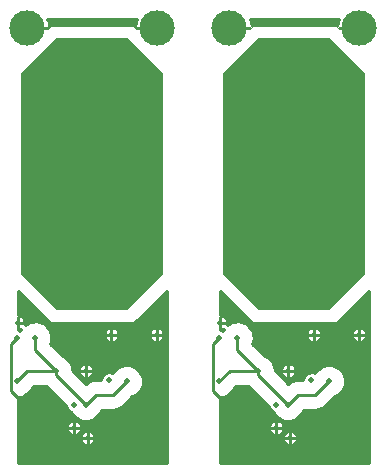
<source format=gbl>
G04 Layer_Physical_Order=2*
G04 Layer_Color=16711680*
%FSLAX25Y25*%
%MOIN*%
G70*
G01*
G75*
%ADD10C,0.01000*%
%ADD18C,0.11811*%
%ADD19C,0.01969*%
G04:AMPARAMS|DCode=20|XSize=905.51mil|YSize=472.44mil|CornerRadius=0mil|HoleSize=0mil|Usage=FLASHONLY|Rotation=90.000|XOffset=0mil|YOffset=0mil|HoleType=Round|Shape=Octagon|*
%AMOCTAGOND20*
4,1,8,0.11811,0.45276,-0.11811,0.45276,-0.23622,0.33465,-0.23622,-0.33465,-0.11811,-0.45276,0.11811,-0.45276,0.23622,-0.33465,0.23622,0.33465,0.11811,0.45276,0.0*
%
%ADD20OCTAGOND20*%

D10*
X282319Y218245D02*
X282843Y217161D01*
X283815Y216450D01*
X265938Y221335D02*
X266985Y221480D01*
X267983Y221825D01*
X268896Y222358D01*
X269687Y223057D01*
X270328Y223896D01*
X270795Y224844D01*
X291736Y207751D02*
X291547Y208702D01*
X291008Y209508D01*
X290202Y210047D01*
X289251Y210236D01*
X288301Y210047D01*
X287495Y209508D01*
X286956Y208702D01*
X286767Y207751D01*
X286956Y206801D01*
X287495Y205995D01*
X288301Y205456D01*
X289251Y205267D01*
X290202Y205456D01*
X291008Y205995D01*
X291547Y206801D01*
X291736Y207751D01*
X287236Y211251D02*
X287047Y212202D01*
X286508Y213008D01*
X285702Y213547D01*
X284752Y213736D01*
X283801Y213547D01*
X282995Y213008D01*
X282456Y212202D01*
X282267Y211251D01*
X282456Y210301D01*
X282995Y209495D01*
X283801Y208956D01*
X284752Y208767D01*
X285702Y208956D01*
X286508Y209495D01*
X287047Y210301D01*
X287236Y211251D01*
X283815Y216450D02*
X284324Y215631D01*
X284970Y214915D01*
X285732Y214325D01*
X286587Y213879D01*
X287508Y213591D01*
X288465Y213472D01*
X289427Y213523D01*
X290366Y213744D01*
X291250Y214129D01*
X292053Y214664D01*
X292748Y215332D01*
X293313Y216113D01*
X293732Y216982D01*
X291248Y230252D02*
X291058Y231202D01*
X290520Y232008D01*
X289714Y232547D01*
X288763Y232736D01*
X287813Y232547D01*
X287007Y232008D01*
X286468Y231202D01*
X286279Y230252D01*
X286468Y229301D01*
X287007Y228495D01*
X287813Y227956D01*
X288763Y227767D01*
X289714Y227956D01*
X290520Y228495D01*
X291058Y229301D01*
X291248Y230252D01*
X266837Y243471D02*
X265938Y243726D01*
Y243767D02*
X267165Y244091D01*
X266837Y243471D01*
X268423Y246252D02*
X268234Y247202D01*
X267695Y248008D01*
X266889Y248547D01*
X265938Y248736D01*
X276796Y239189D02*
X277101Y240200D01*
X277204Y241251D01*
X277107Y242274D01*
X276818Y243260D01*
X276349Y244174D01*
X275716Y244983D01*
X274941Y245658D01*
X274053Y246175D01*
X273083Y246515D01*
X272067Y246665D01*
X271041Y246622D01*
X270041Y246385D01*
X269104Y245964D01*
X268263Y245374D01*
X268263D02*
X268423Y246252D01*
X276483Y345198D02*
X276247Y346390D01*
X275819Y347527D01*
X284172Y230357D02*
X284044Y231424D01*
X283709Y232446D01*
X283178Y233381D01*
X282474Y234193D01*
X281623Y234850D01*
X280659Y235326D01*
X292019Y227188D02*
X291101Y227102D01*
X290214Y226847D01*
X289391Y226431D01*
X288659Y225869D01*
X292019Y227188D02*
X291101Y227102D01*
X290214Y226847D01*
X289391Y226431D01*
X288659Y225869D01*
X297516Y229390D02*
X296519Y229721D01*
X295474Y229611D01*
X294569Y229079D01*
X293964Y228220D01*
X293768Y227188D01*
X297751Y217315D02*
X298715Y217409D01*
X299641Y217690D01*
X300494Y218146D01*
X301242Y218760D01*
X297751Y217315D02*
X298716Y217410D01*
X299644Y217692D01*
X300499Y218149D01*
X301247Y218765D01*
X304159Y221677D02*
X305004Y222081D01*
X305767Y222625D01*
X306425Y223292D01*
X306959Y224062D01*
X307351Y224913D01*
X307592Y225818D01*
X307673Y226751D01*
X307577Y227765D01*
X307294Y228743D01*
X306832Y229651D01*
X306209Y230456D01*
X305447Y231131D01*
X304572Y231651D01*
X303615Y231999D01*
X302609Y232161D01*
X301592Y232133D01*
X300597Y231914D01*
X299661Y231514D01*
X298816Y230945D01*
X298093Y230229D01*
X297516Y229390D01*
X299704Y242251D02*
X299515Y243202D01*
X298977Y244008D01*
X298171Y244547D01*
X297220Y244736D01*
X296269Y244547D01*
X295463Y244008D01*
X294925Y243202D01*
X294736Y242251D01*
X294925Y241301D01*
X295463Y240495D01*
X296269Y239956D01*
X297220Y239767D01*
X298171Y239956D01*
X298977Y240495D01*
X299515Y241301D01*
X299704Y242251D01*
X314736D02*
X314547Y243202D01*
X314008Y244008D01*
X313202Y244547D01*
X312251Y244736D01*
X311301Y244547D01*
X310495Y244008D01*
X309956Y243202D01*
X309767Y242251D01*
X309956Y241301D01*
X310495Y240495D01*
X311301Y239956D01*
X312251Y239767D01*
X313202Y239956D01*
X314008Y240495D01*
X314547Y241301D01*
X314736Y242251D01*
X305739Y347527D02*
X305311Y346390D01*
X305075Y345198D01*
X265720Y226751D02*
X269220Y230252D01*
X278751D01*
X288657Y218889D02*
X292019Y222252D01*
X297751D01*
X302252Y226751D01*
X278751Y228795D02*
Y230252D01*
Y228795D02*
X288657Y218889D01*
X297220Y242251D02*
X312251D01*
X263636Y223554D02*
X265938Y221252D01*
X263636Y223554D02*
Y239136D01*
X271783Y237220D02*
X278751Y230252D01*
X271783Y237220D02*
Y241251D01*
X265938Y211251D02*
X282267D01*
X265938Y199439D02*
Y221335D01*
Y209251D02*
X283278D01*
X265938Y212251D02*
X282477D01*
X265938Y210251D02*
X282477D01*
X265938Y220251D02*
X280313D01*
X265938Y221252D02*
X279313D01*
X265938Y213251D02*
X283278D01*
X265938Y218251D02*
X282313D01*
X265938Y217251D02*
X282771D01*
X279751Y199439D02*
Y220813D01*
X266752Y199439D02*
Y221429D01*
X283752Y199439D02*
Y208977D01*
X280751Y199439D02*
Y219813D01*
X281751Y199439D02*
Y218813D01*
X282751Y212725D02*
Y217278D01*
X265938Y219251D02*
X281313D01*
X282751Y199439D02*
Y209778D01*
X283752Y213526D02*
Y216477D01*
X267752Y199439D02*
Y221725D01*
X268752Y199439D02*
Y222257D01*
X269752Y199439D02*
Y223127D01*
X270752Y199439D02*
Y224733D01*
X271202Y225252D02*
X275313D01*
X270795Y224844D02*
X271265Y225314D01*
X268743Y222252D02*
X278313D01*
X269860Y223252D02*
X277313D01*
X270530Y224252D02*
X276313D01*
X272751Y199439D02*
Y225314D01*
X271751Y199439D02*
Y225314D01*
X277751Y199439D02*
Y222813D01*
X273751Y199439D02*
Y225314D01*
X274751Y199439D02*
Y225314D01*
X275751Y199439D02*
Y224813D01*
X271265Y225314D02*
X275250D01*
X278751Y199439D02*
Y221813D01*
X275265Y225299D02*
X282319Y218245D01*
X276751Y199439D02*
Y223813D01*
X265938Y202252D02*
X315620D01*
X265938Y203252D02*
X315620D01*
X265938Y199439D02*
X315620D01*
X265938Y201252D02*
X315620D01*
X265938Y200252D02*
X315620D01*
X265938Y207252D02*
X286818D01*
X265938Y208252D02*
X286818D01*
X265938Y204252D02*
X315620D01*
X265938Y206252D02*
X287271D01*
X265938Y205252D02*
X315620D01*
X284752Y199439D02*
Y208767D01*
X285752Y199439D02*
Y208977D01*
X287267Y207751D02*
X289251D01*
X286752Y199439D02*
Y209778D01*
X284752Y211251D02*
X286736D01*
X282767D02*
X284752D01*
X286225Y209251D02*
X287271D01*
X287026Y210251D02*
X315620D01*
X287236Y211251D02*
X315620D01*
X284752Y209267D02*
Y211251D01*
Y213236D01*
Y213736D02*
Y215129D01*
X265938Y215251D02*
X284637D01*
X265938Y216251D02*
X283921D01*
X265938Y214251D02*
X285850D01*
X284172Y230357D02*
X288659Y225869D01*
X284752Y229777D02*
Y246039D01*
X286752Y212725D02*
Y213814D01*
X285752Y213526D02*
Y214312D01*
X287026Y212251D02*
X315620D01*
X286225Y213251D02*
X315620D01*
X287752Y209732D02*
Y213544D01*
X286752Y227777D02*
Y228794D01*
X285277Y229252D02*
X286489D01*
X285752Y228777D02*
Y246039D01*
X287277Y227252D02*
X293767D01*
X286277Y228252D02*
X287290D01*
X266752Y243512D02*
Y243904D01*
X265938Y244267D02*
Y246252D01*
X267923D01*
X265938D02*
Y248236D01*
X268213Y247252D02*
X275537D01*
X267412Y248252D02*
X274537D01*
X276751Y243420D02*
Y246039D01*
X275751Y244945D02*
Y247037D01*
X277751Y238233D02*
Y246039D01*
X268423Y246252D02*
X269688D01*
X273878D02*
X276537D01*
X273751Y246303D02*
Y249037D01*
X274751Y245788D02*
Y248037D01*
X265938Y251252D02*
X271537D01*
X265938Y248736D02*
Y256850D01*
Y249252D02*
X273537D01*
X265938Y256850D02*
X276749Y246039D01*
X265938Y250252D02*
X272537D01*
X265938Y255252D02*
X267537D01*
X265938Y256252D02*
X266537D01*
X265938Y252252D02*
X270537D01*
X265938Y254252D02*
X268537D01*
X265938Y253252D02*
X269537D01*
X269752Y246278D02*
Y253037D01*
X268752Y245746D02*
Y254037D01*
X272751Y246586D02*
Y250037D01*
X270752Y246574D02*
Y252037D01*
X271751Y246673D02*
Y251037D01*
X267752Y247950D02*
Y255037D01*
X266752Y248599D02*
Y256037D01*
X269126Y344358D02*
X276031D01*
X276483Y345198D02*
X276749Y345464D01*
X276751D02*
Y347527D01*
X276796Y239189D02*
X280659Y235326D01*
X277111Y240251D02*
X295746D01*
X278733Y237251D02*
X315620D01*
X276822Y239251D02*
X315620D01*
X277733Y238251D02*
X315620D01*
X277204Y241251D02*
X294946D01*
X277111Y242251D02*
X294736D01*
X276822Y243251D02*
X294946D01*
X275442Y245251D02*
X315620D01*
X276298Y244251D02*
X295746D01*
X284277Y230252D02*
X286279D01*
X286779Y230252D02*
X288763D01*
X283790Y232252D02*
X287290D01*
X284080Y231252D02*
X286489D01*
X283267Y233252D02*
X315620D01*
X283752Y232347D02*
Y246039D01*
X282411Y234251D02*
X315620D01*
X279733Y236251D02*
X315620D01*
X280847Y235251D02*
X315620D01*
X278751Y237233D02*
Y246039D01*
X277751Y345464D02*
Y347527D01*
X279751Y236233D02*
Y246039D01*
X276749Y345464D02*
X304809D01*
X276749Y246039D02*
X304809D01*
X279751Y345464D02*
Y347527D01*
X278751Y345464D02*
Y347527D01*
X276285Y346252D02*
X305273D01*
X275819Y347527D02*
X305739D01*
X275942Y347252D02*
X305616D01*
X281751Y234767D02*
Y246039D01*
X280751Y235290D02*
Y246039D01*
X286752Y231709D02*
Y246039D01*
X281751Y345464D02*
Y347527D01*
X282751Y233911D02*
Y246039D01*
X283752Y345464D02*
Y347527D01*
X280751Y345464D02*
Y347527D01*
X282751Y345464D02*
Y347527D01*
X286752Y345464D02*
Y347527D01*
X284752Y345464D02*
Y347527D01*
X285752Y345464D02*
Y347527D01*
X288752Y199439D02*
Y205318D01*
X287752Y199439D02*
Y205771D01*
X289752Y199439D02*
Y205318D01*
X289251Y205767D02*
Y207751D01*
X290752Y199439D02*
Y205771D01*
X289251Y207751D02*
Y209736D01*
X288752Y210185D02*
Y213469D01*
X289251Y207751D02*
X291236D01*
X289752Y210185D02*
Y213580D01*
X290752Y209732D02*
Y213889D01*
X291752Y199439D02*
Y214438D01*
X292752Y199439D02*
Y215336D01*
X293752Y199439D02*
Y217002D01*
X294752Y199439D02*
Y217315D01*
X297751Y199439D02*
Y217315D01*
X295752Y199439D02*
Y217315D01*
X293732Y216982D02*
X294064Y217315D01*
X296751Y199439D02*
Y217315D01*
X294064D02*
X297751D01*
X298751Y199439D02*
Y217417D01*
X288277Y226252D02*
X289125D01*
X288752Y225952D02*
Y227767D01*
X289752Y226637D02*
Y227972D01*
X287752Y226777D02*
Y227983D01*
X288763Y228267D02*
Y230252D01*
X290237Y228252D02*
X293977D01*
X290752Y227023D02*
Y228762D01*
X291037Y229252D02*
X294778D01*
X293752Y227188D02*
Y246039D01*
X291752Y227181D02*
Y246039D01*
X299751Y199439D02*
Y217738D01*
X292019Y227188D02*
X293768D01*
X294752Y229232D02*
Y241972D01*
X292752Y227188D02*
Y246039D01*
X296751Y229685D02*
Y239812D01*
X295752Y229685D02*
Y240248D01*
X297751Y229775D02*
Y239825D01*
X291232Y209251D02*
X315620D01*
X291464Y214251D02*
X315620D01*
X291232Y206252D02*
X315620D01*
X291685Y208252D02*
X315620D01*
X291685Y207252D02*
X315620D01*
X292676Y215251D02*
X315620D01*
X293393Y216251D02*
X315620D01*
X294001Y217251D02*
X315620D01*
X300751Y199439D02*
Y218331D01*
X301751Y199439D02*
Y219269D01*
X302751Y199439D02*
Y220269D01*
X303751Y199439D02*
Y221269D01*
X304751Y199439D02*
Y221941D01*
X300645Y218251D02*
X315620D01*
X301247Y218765D02*
X304159Y221677D01*
X301733Y219251D02*
X315620D01*
X302733Y220251D02*
X315620D01*
X303733Y221252D02*
X315620D01*
X305751Y199439D02*
Y222611D01*
X306751Y199439D02*
Y223728D01*
X305275Y222252D02*
X315620D01*
X306392Y223252D02*
X315620D01*
X307461Y225252D02*
X315620D01*
X307062Y224252D02*
X315620D01*
X307062Y229252D02*
X315620D01*
X307461Y228252D02*
X315620D01*
X312752Y199439D02*
Y239818D01*
X311752Y199439D02*
Y239818D01*
X313752Y199439D02*
Y240271D01*
X314752Y199439D02*
Y255982D01*
X315620Y199439D02*
Y256850D01*
X307751Y199439D02*
Y248982D01*
X308752Y199439D02*
Y249982D01*
X309752Y199439D02*
Y250982D01*
X307650Y226252D02*
X315620D01*
X307650Y227252D02*
X315620D01*
X310752Y199439D02*
Y240271D01*
X288763Y230252D02*
X290748D01*
X288763D02*
Y232236D01*
X291248Y230252D02*
X298111D01*
X290752Y231741D02*
Y246039D01*
X291037Y231252D02*
X299228D01*
X288752Y232736D02*
Y246039D01*
X287752Y232520D02*
Y246039D01*
X289752Y232531D02*
Y246039D01*
X294752Y242531D02*
Y246039D01*
X298751Y230892D02*
Y240296D01*
X297220Y240267D02*
Y242251D01*
X303751Y231961D02*
Y246039D01*
X301751Y232150D02*
Y246039D01*
X302751Y232150D02*
Y246039D01*
X296751Y244691D02*
Y246039D01*
X295752Y244255D02*
Y246039D01*
X295236Y242251D02*
X297220D01*
Y244236D01*
Y242251D02*
X299204D01*
X293752Y345464D02*
Y347527D01*
X292752Y345464D02*
Y347527D01*
X296751Y345464D02*
Y347527D01*
X294752Y345464D02*
Y347527D01*
X295752Y345464D02*
Y347527D01*
X288752Y345464D02*
Y347527D01*
X287752Y345464D02*
Y347527D01*
X291752Y345464D02*
Y347527D01*
X289752Y345464D02*
Y347527D01*
X290752Y345464D02*
Y347527D01*
X297751Y244678D02*
Y246039D01*
Y345464D02*
Y347527D01*
X300751Y231961D02*
Y246039D01*
X298751Y244208D02*
Y246039D01*
X299751Y231562D02*
Y246039D01*
X300751Y345464D02*
Y347527D01*
X298751Y345464D02*
Y347527D01*
X299751Y345464D02*
Y347527D01*
X303751Y345464D02*
Y347527D01*
X301751Y345464D02*
Y347527D01*
X302751Y345464D02*
Y347527D01*
X298694Y240251D02*
X310778D01*
X304751Y231562D02*
Y246039D01*
X306392Y230252D02*
X315620D01*
X290237Y232252D02*
X315620D01*
X305275Y231252D02*
X315620D01*
X299494Y241251D02*
X309977D01*
X299704Y242251D02*
X309767D01*
X299494Y243251D02*
X309977D01*
X298694Y244251D02*
X310778D01*
X305021Y246252D02*
X315620D01*
X312251Y240267D02*
Y242251D01*
Y244236D01*
X313725Y240251D02*
X315620D01*
X314526Y241251D02*
X315620D01*
X312251Y242251D02*
X314236D01*
X310267D02*
X312251D01*
X314736D02*
X315620D01*
X313725Y244251D02*
X315620D01*
X314526Y243251D02*
X315620D01*
X305751Y230892D02*
Y246982D01*
X306751Y229775D02*
Y247982D01*
X306021Y247252D02*
X315620D01*
X304809Y246039D02*
X315620Y256850D01*
X307021Y248252D02*
X315620D01*
X304809Y345464D02*
X305075Y345198D01*
X304751Y345464D02*
Y347527D01*
X308021Y249252D02*
X315620D01*
X305527Y344358D02*
X312433D01*
X310752Y244232D02*
Y251982D01*
X311752Y244685D02*
Y252982D01*
X309021Y250252D02*
X315620D01*
X312752Y244685D02*
Y253982D01*
X313752Y244232D02*
Y254982D01*
X313021Y254252D02*
X315620D01*
X314021Y255252D02*
X315620D01*
X315021Y256252D02*
X315620D01*
X310021Y251252D02*
X315620D01*
X311021Y252252D02*
X315620D01*
X312021Y253252D02*
X315620D01*
X263636Y239136D02*
X266002Y241501D01*
X349752Y218245D02*
X350275Y217161D01*
X351247Y216450D01*
X333371Y221335D02*
X334417Y221480D01*
X335415Y221825D01*
X336328Y222358D01*
X337119Y223057D01*
X337761Y223896D01*
X338227Y224844D01*
X359168Y207751D02*
X358979Y208702D01*
X358440Y209508D01*
X357634Y210047D01*
X356684Y210236D01*
X355733Y210047D01*
X354927Y209508D01*
X354388Y208702D01*
X354199Y207751D01*
X354388Y206801D01*
X354927Y205995D01*
X355733Y205456D01*
X356684Y205267D01*
X357634Y205456D01*
X358440Y205995D01*
X358979Y206801D01*
X359168Y207751D01*
X354668Y211251D02*
X354479Y212202D01*
X353940Y213008D01*
X353134Y213547D01*
X352184Y213736D01*
X351233Y213547D01*
X350427Y213008D01*
X349888Y212202D01*
X349699Y211251D01*
X349888Y210301D01*
X350427Y209495D01*
X351233Y208956D01*
X352184Y208767D01*
X353134Y208956D01*
X353940Y209495D01*
X354479Y210301D01*
X354668Y211251D01*
X351247Y216450D02*
X351756Y215631D01*
X352402Y214915D01*
X353164Y214325D01*
X354019Y213879D01*
X354940Y213591D01*
X355897Y213472D01*
X356860Y213523D01*
X357798Y213744D01*
X358683Y214129D01*
X359485Y214664D01*
X360180Y215332D01*
X360746Y216113D01*
X361164Y216982D01*
X358680Y230252D02*
X358491Y231202D01*
X357952Y232008D01*
X357146Y232547D01*
X356195Y232736D01*
X355245Y232547D01*
X354439Y232008D01*
X353900Y231202D01*
X353711Y230252D01*
X353900Y229301D01*
X354439Y228495D01*
X355245Y227956D01*
X356195Y227767D01*
X357146Y227956D01*
X357952Y228495D01*
X358491Y229301D01*
X358680Y230252D01*
X334269Y243471D02*
X333371Y243726D01*
Y243767D02*
X334597Y244091D01*
X334269Y243471D01*
X335855Y246252D02*
X335666Y247202D01*
X335127Y248008D01*
X334321Y248547D01*
X333371Y248736D01*
X344229Y239189D02*
X344533Y240200D01*
X344636Y241251D01*
X344539Y242274D01*
X344250Y243260D01*
X343781Y244174D01*
X343148Y244983D01*
X342373Y245658D01*
X341485Y246175D01*
X340516Y246515D01*
X339499Y246665D01*
X338473Y246622D01*
X337473Y246385D01*
X336536Y245964D01*
X335695Y245374D01*
X335695D02*
X335855Y246252D01*
X343915Y345198D02*
X343679Y346390D01*
X343251Y347527D01*
X351604Y230357D02*
X351477Y231424D01*
X351141Y232446D01*
X350611Y233381D01*
X349906Y234193D01*
X349055Y234850D01*
X348091Y235326D01*
X359451Y227188D02*
X358533Y227102D01*
X357646Y226847D01*
X356823Y226431D01*
X356091Y225869D01*
X359451Y227188D02*
X358533Y227102D01*
X357646Y226847D01*
X356823Y226431D01*
X356091Y225869D01*
X364948Y229390D02*
X363951Y229721D01*
X362907Y229611D01*
X362001Y229079D01*
X361396Y228220D01*
X361200Y227188D01*
X365184Y217315D02*
X366147Y217409D01*
X367073Y217690D01*
X367927Y218146D01*
X368675Y218760D01*
X365184Y217315D02*
X366148Y217410D01*
X367076Y217692D01*
X367931Y218149D01*
X368679Y218765D01*
X371591Y221677D02*
X372436Y222081D01*
X373199Y222625D01*
X373857Y223292D01*
X374391Y224062D01*
X374783Y224913D01*
X375024Y225818D01*
X375105Y226751D01*
X375009Y227765D01*
X374726Y228743D01*
X374265Y229651D01*
X373642Y230456D01*
X372879Y231131D01*
X372004Y231651D01*
X371047Y231999D01*
X370041Y232161D01*
X369024Y232133D01*
X368029Y231914D01*
X367093Y231514D01*
X366248Y230945D01*
X365525Y230229D01*
X364948Y229390D01*
X367136Y242251D02*
X366947Y243202D01*
X366409Y244008D01*
X365603Y244547D01*
X364652Y244736D01*
X363702Y244547D01*
X362895Y244008D01*
X362357Y243202D01*
X362168Y242251D01*
X362357Y241301D01*
X362895Y240495D01*
X363702Y239956D01*
X364652Y239767D01*
X365603Y239956D01*
X366409Y240495D01*
X366947Y241301D01*
X367136Y242251D01*
X382168D02*
X381979Y243202D01*
X381440Y244008D01*
X380634Y244547D01*
X379684Y244736D01*
X378733Y244547D01*
X377927Y244008D01*
X377389Y243202D01*
X377199Y242251D01*
X377389Y241301D01*
X377927Y240495D01*
X378733Y239956D01*
X379684Y239767D01*
X380634Y239956D01*
X381440Y240495D01*
X381979Y241301D01*
X382168Y242251D01*
X373172Y347527D02*
X372744Y346390D01*
X372507Y345198D01*
X333152Y226751D02*
X336652Y230252D01*
X346184D01*
X356089Y218889D02*
X359451Y222252D01*
X365184D01*
X369684Y226751D01*
X346184Y228795D02*
Y230252D01*
Y228795D02*
X356089Y218889D01*
X364652Y242251D02*
X379684D01*
X331068Y223554D02*
X333371Y221252D01*
X331068Y223554D02*
Y239136D01*
X339215Y237220D02*
X346184Y230252D01*
X339215Y237220D02*
Y241251D01*
X333371Y211251D02*
X349699D01*
X333371Y199439D02*
Y221335D01*
Y209251D02*
X350710D01*
X333371Y212251D02*
X349909D01*
X333371Y210251D02*
X349909D01*
X333371Y220251D02*
X347745D01*
X333371Y221252D02*
X346745D01*
X333371Y213251D02*
X350710D01*
X333371Y218251D02*
X349745D01*
X333371Y217251D02*
X350203D01*
X347184Y199439D02*
Y220813D01*
X334184Y199439D02*
Y221429D01*
X351184Y199439D02*
Y208977D01*
X348184Y199439D02*
Y219813D01*
X349184Y199439D02*
Y218813D01*
X350184Y212725D02*
Y217278D01*
X333371Y219251D02*
X348745D01*
X350184Y199439D02*
Y209778D01*
X351184Y213526D02*
Y216477D01*
X335184Y199439D02*
Y221725D01*
X336184Y199439D02*
Y222257D01*
X337184Y199439D02*
Y223127D01*
X338184Y199439D02*
Y224733D01*
X338634Y225252D02*
X342745D01*
X338227Y224844D02*
X338697Y225314D01*
X336175Y222252D02*
X345745D01*
X337292Y223252D02*
X344745D01*
X337963Y224252D02*
X343745D01*
X340184Y199439D02*
Y225314D01*
X339184Y199439D02*
Y225314D01*
X345184Y199439D02*
Y222813D01*
X341184Y199439D02*
Y225314D01*
X342184Y199439D02*
Y225314D01*
X343184Y199439D02*
Y224813D01*
X338697Y225314D02*
X342682D01*
X346184Y199439D02*
Y221813D01*
X342697Y225299D02*
X349752Y218245D01*
X344184Y199439D02*
Y223813D01*
X333371Y202252D02*
X383052D01*
X333371Y203252D02*
X383052D01*
X333371Y199439D02*
X383052D01*
X333371Y201252D02*
X383052D01*
X333371Y200252D02*
X383052D01*
X333371Y207252D02*
X354250D01*
X333371Y208252D02*
X354250D01*
X333371Y204252D02*
X383052D01*
X333371Y206252D02*
X354703D01*
X333371Y205252D02*
X383052D01*
X352184Y199439D02*
Y208767D01*
X353184Y199439D02*
Y208977D01*
X354699Y207751D02*
X356684D01*
X354184Y199439D02*
Y209778D01*
X352184Y211251D02*
X354168D01*
X350199D02*
X352184D01*
X353657Y209251D02*
X354703D01*
X354458Y210251D02*
X383052D01*
X354668Y211251D02*
X383052D01*
X352184Y209267D02*
Y211251D01*
Y213236D01*
Y213736D02*
Y215129D01*
X333371Y215251D02*
X352070D01*
X333371Y216251D02*
X351353D01*
X333371Y214251D02*
X353282D01*
X351604Y230357D02*
X356091Y225869D01*
X352184Y229777D02*
Y246039D01*
X354184Y212725D02*
Y213814D01*
X353184Y213526D02*
Y214312D01*
X354458Y212251D02*
X383052D01*
X353657Y213251D02*
X383052D01*
X355184Y209732D02*
Y213544D01*
X354184Y227777D02*
Y228794D01*
X352709Y229252D02*
X353921D01*
X353184Y228777D02*
Y246039D01*
X354709Y227252D02*
X361199D01*
X353709Y228252D02*
X354722D01*
X334184Y243512D02*
Y243904D01*
X333371Y244267D02*
Y246252D01*
X335355D01*
X333371D02*
Y248236D01*
X335645Y247252D02*
X342969D01*
X334844Y248252D02*
X341969D01*
X344184Y243420D02*
Y246039D01*
X343184Y244945D02*
Y247037D01*
X345184Y238233D02*
Y246039D01*
X335855Y246252D02*
X337120D01*
X341310D02*
X343969D01*
X341184Y246303D02*
Y249037D01*
X342184Y245788D02*
Y248037D01*
X333371Y251252D02*
X338969D01*
X333371Y248736D02*
Y256850D01*
Y249252D02*
X340969D01*
X333371Y256850D02*
X344182Y246039D01*
X333371Y250252D02*
X339969D01*
X333371Y255252D02*
X334969D01*
X333371Y256252D02*
X333969D01*
X333371Y252252D02*
X337969D01*
X333371Y254252D02*
X335969D01*
X333371Y253252D02*
X336969D01*
X337184Y246278D02*
Y253037D01*
X336184Y245746D02*
Y254037D01*
X340184Y246586D02*
Y250037D01*
X338184Y246574D02*
Y252037D01*
X339184Y246673D02*
Y251037D01*
X335184Y247950D02*
Y255037D01*
X334184Y248599D02*
Y256037D01*
X336558Y344358D02*
X343463D01*
X343915Y345198D02*
X344182Y345464D01*
X344184D02*
Y347527D01*
X344229Y239189D02*
X348091Y235326D01*
X344543Y240251D02*
X363178D01*
X346166Y237251D02*
X383052D01*
X344254Y239251D02*
X383052D01*
X345166Y238251D02*
X383052D01*
X344636Y241251D02*
X362378D01*
X344543Y242251D02*
X362168D01*
X344254Y243251D02*
X362378D01*
X342874Y245251D02*
X383052D01*
X343731Y244251D02*
X363178D01*
X351709Y230252D02*
X353711D01*
X354211Y230252D02*
X356195D01*
X351222Y232252D02*
X354722D01*
X351512Y231252D02*
X353921D01*
X350699Y233252D02*
X383052D01*
X351184Y232347D02*
Y246039D01*
X349843Y234251D02*
X383052D01*
X347166Y236251D02*
X383052D01*
X348279Y235251D02*
X383052D01*
X346184Y237233D02*
Y246039D01*
X345184Y345464D02*
Y347527D01*
X347184Y236233D02*
Y246039D01*
X344182Y345464D02*
X372241D01*
X344182Y246039D02*
X372241D01*
X347184Y345464D02*
Y347527D01*
X346184Y345464D02*
Y347527D01*
X343717Y346252D02*
X372706D01*
X343251Y347527D02*
X373172D01*
X343374Y347252D02*
X373048D01*
X349184Y234767D02*
Y246039D01*
X348184Y235290D02*
Y246039D01*
X354184Y231709D02*
Y246039D01*
X349184Y345464D02*
Y347527D01*
X350184Y233911D02*
Y246039D01*
X351184Y345464D02*
Y347527D01*
X348184Y345464D02*
Y347527D01*
X350184Y345464D02*
Y347527D01*
X354184Y345464D02*
Y347527D01*
X352184Y345464D02*
Y347527D01*
X353184Y345464D02*
Y347527D01*
X356184Y199439D02*
Y205318D01*
X355184Y199439D02*
Y205771D01*
X357184Y199439D02*
Y205318D01*
X356684Y205767D02*
Y207751D01*
X358184Y199439D02*
Y205771D01*
X356684Y207751D02*
Y209736D01*
X356184Y210185D02*
Y213469D01*
X356684Y207751D02*
X358668D01*
X357184Y210185D02*
Y213580D01*
X358184Y209732D02*
Y213889D01*
X359184Y199439D02*
Y214438D01*
X360184Y199439D02*
Y215336D01*
X361184Y199439D02*
Y217002D01*
X362184Y199439D02*
Y217315D01*
X365184Y199439D02*
Y217315D01*
X363184Y199439D02*
Y217315D01*
X361164Y216982D02*
X361496Y217315D01*
X364184Y199439D02*
Y217315D01*
X361496D02*
X365184D01*
X366184Y199439D02*
Y217417D01*
X355709Y226252D02*
X356557D01*
X356184Y225952D02*
Y227767D01*
X357184Y226637D02*
Y227972D01*
X355184Y226777D02*
Y227983D01*
X356195Y228267D02*
Y230252D01*
X357669Y228252D02*
X361409D01*
X358184Y227023D02*
Y228762D01*
X358470Y229252D02*
X362210D01*
X361184Y227188D02*
Y246039D01*
X359184Y227181D02*
Y246039D01*
X367184Y199439D02*
Y217738D01*
X359451Y227188D02*
X361200D01*
X362184Y229232D02*
Y241972D01*
X360184Y227188D02*
Y246039D01*
X364184Y229685D02*
Y239812D01*
X363184Y229685D02*
Y240248D01*
X365184Y229775D02*
Y239825D01*
X358664Y209251D02*
X383052D01*
X358896Y214251D02*
X383052D01*
X358664Y206252D02*
X383052D01*
X359117Y208252D02*
X383052D01*
X359117Y207252D02*
X383052D01*
X360109Y215251D02*
X383052D01*
X360825Y216251D02*
X383052D01*
X361433Y217251D02*
X383052D01*
X368184Y199439D02*
Y218331D01*
X369184Y199439D02*
Y219269D01*
X370184Y199439D02*
Y220269D01*
X371184Y199439D02*
Y221269D01*
X372184Y199439D02*
Y221941D01*
X368077Y218251D02*
X383052D01*
X368679Y218765D02*
X371591Y221677D01*
X369166Y219251D02*
X383052D01*
X370166Y220251D02*
X383052D01*
X371166Y221252D02*
X383052D01*
X373184Y199439D02*
Y222611D01*
X374184Y199439D02*
Y223728D01*
X372707Y222252D02*
X383052D01*
X373824Y223252D02*
X383052D01*
X374893Y225252D02*
X383052D01*
X374494Y224252D02*
X383052D01*
X374494Y229252D02*
X383052D01*
X374893Y228252D02*
X383052D01*
X380184Y199439D02*
Y239818D01*
X379184Y199439D02*
Y239818D01*
X381184Y199439D02*
Y240271D01*
X382184Y199439D02*
Y255982D01*
X383052Y199439D02*
Y256850D01*
X375184Y199439D02*
Y248982D01*
X376184Y199439D02*
Y249982D01*
X377184Y199439D02*
Y250982D01*
X375082Y226252D02*
X383052D01*
X375082Y227252D02*
X383052D01*
X378184Y199439D02*
Y240271D01*
X356195Y230252D02*
X358180D01*
X356195D02*
Y232236D01*
X358680Y230252D02*
X365544D01*
X358184Y231741D02*
Y246039D01*
X358470Y231252D02*
X366660D01*
X356184Y232736D02*
Y246039D01*
X355184Y232520D02*
Y246039D01*
X357184Y232531D02*
Y246039D01*
X362184Y242531D02*
Y246039D01*
X366184Y230892D02*
Y240296D01*
X364652Y240267D02*
Y242251D01*
X371184Y231961D02*
Y246039D01*
X369184Y232150D02*
Y246039D01*
X370184Y232150D02*
Y246039D01*
X364184Y244691D02*
Y246039D01*
X363184Y244255D02*
Y246039D01*
X362668Y242251D02*
X364652D01*
Y244236D01*
Y242251D02*
X366636D01*
X361184Y345464D02*
Y347527D01*
X360184Y345464D02*
Y347527D01*
X364184Y345464D02*
Y347527D01*
X362184Y345464D02*
Y347527D01*
X363184Y345464D02*
Y347527D01*
X356184Y345464D02*
Y347527D01*
X355184Y345464D02*
Y347527D01*
X359184Y345464D02*
Y347527D01*
X357184Y345464D02*
Y347527D01*
X358184Y345464D02*
Y347527D01*
X365184Y244678D02*
Y246039D01*
Y345464D02*
Y347527D01*
X368184Y231961D02*
Y246039D01*
X366184Y244208D02*
Y246039D01*
X367184Y231562D02*
Y246039D01*
X368184Y345464D02*
Y347527D01*
X366184Y345464D02*
Y347527D01*
X367184Y345464D02*
Y347527D01*
X371184Y345464D02*
Y347527D01*
X369184Y345464D02*
Y347527D01*
X370184Y345464D02*
Y347527D01*
X366126Y240251D02*
X378210D01*
X372184Y231562D02*
Y246039D01*
X373824Y230252D02*
X383052D01*
X357669Y232252D02*
X383052D01*
X372707Y231252D02*
X383052D01*
X366926Y241251D02*
X377410D01*
X367136Y242251D02*
X377199D01*
X366926Y243251D02*
X377410D01*
X366126Y244251D02*
X378210D01*
X372453Y246252D02*
X383052D01*
X379684Y240267D02*
Y242251D01*
Y244236D01*
X381157Y240251D02*
X383052D01*
X381958Y241251D02*
X383052D01*
X379684Y242251D02*
X381668D01*
X377699D02*
X379684D01*
X382168D02*
X383052D01*
X381157Y244251D02*
X383052D01*
X381958Y243251D02*
X383052D01*
X373184Y230892D02*
Y246982D01*
X374184Y229775D02*
Y247982D01*
X373453Y247252D02*
X383052D01*
X372241Y246039D02*
X383052Y256850D01*
X374453Y248252D02*
X383052D01*
X372241Y345464D02*
X372507Y345198D01*
X372184Y345464D02*
Y347527D01*
X375453Y249252D02*
X383052D01*
X372959Y344358D02*
X379865D01*
X378184Y244232D02*
Y251982D01*
X379184Y244685D02*
Y252982D01*
X376453Y250252D02*
X383052D01*
X380184Y244685D02*
Y253982D01*
X381184Y244232D02*
Y254982D01*
X380453Y254252D02*
X383052D01*
X381453Y255252D02*
X383052D01*
X382453Y256252D02*
X383052D01*
X377453Y251252D02*
X383052D01*
X378453Y252252D02*
X383052D01*
X379453Y253252D02*
X383052D01*
X331068Y239136D02*
X333434Y241501D01*
D18*
X312433Y344358D02*
D03*
X269126D02*
D03*
X379865D02*
D03*
X336558D02*
D03*
D19*
X278751Y230252D02*
D03*
X288763D02*
D03*
X296252Y227252D02*
D03*
X290779Y295752D02*
D03*
X265720Y226751D02*
D03*
X288657Y218889D02*
D03*
X302252Y226751D02*
D03*
X297220Y242251D02*
D03*
X284752Y218752D02*
D03*
X312251Y242251D02*
D03*
X284752Y211251D02*
D03*
X289251Y207751D02*
D03*
X265938Y246252D02*
D03*
X265720Y241251D02*
D03*
X271783D02*
D03*
X346184Y230252D02*
D03*
X356195D02*
D03*
X363684Y227252D02*
D03*
X358211Y295752D02*
D03*
X333152Y226751D02*
D03*
X356089Y218889D02*
D03*
X369684Y226751D02*
D03*
X364652Y242251D02*
D03*
X352184Y218752D02*
D03*
X379684Y242251D02*
D03*
X352184Y211251D02*
D03*
X356684Y207751D02*
D03*
X333371Y246252D02*
D03*
X333152Y241251D02*
D03*
X339215D02*
D03*
D20*
X290779Y295752D02*
D03*
X358211D02*
D03*
M02*

</source>
